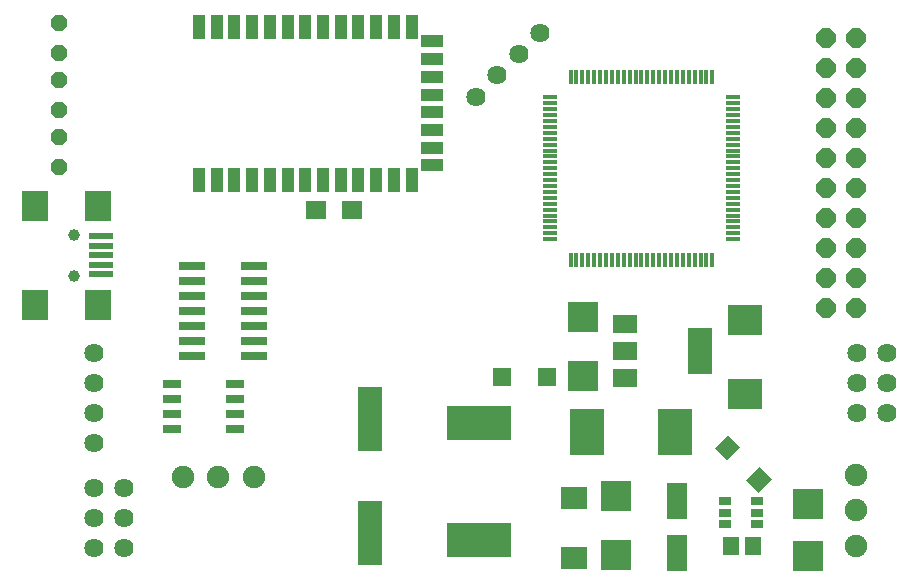
<source format=gts>
G75*
%MOIN*%
%OFA0B0*%
%FSLAX25Y25*%
%IPPOS*%
%LPD*%
%AMOC8*
5,1,8,0,0,1.08239X$1,22.5*
%
%ADD10R,0.08000X0.21400*%
%ADD11R,0.09061X0.02762*%
%ADD12R,0.08274X0.06306*%
%ADD13R,0.08274X0.15361*%
%ADD14R,0.04337X0.02565*%
%ADD15R,0.05518X0.06306*%
%ADD16R,0.09849X0.09849*%
%ADD17R,0.06306X0.05912*%
%ADD18R,0.09061X0.10243*%
%ADD19R,0.08274X0.02369*%
%ADD20C,0.03943*%
%ADD21R,0.09061X0.07487*%
%ADD22R,0.21660X0.11817*%
%ADD23R,0.05912X0.05912*%
%ADD24R,0.01581X0.05124*%
%ADD25R,0.05124X0.01581*%
%ADD26R,0.04337X0.08274*%
%ADD27R,0.07487X0.04337*%
%ADD28OC8,0.06400*%
%ADD29OC8,0.05600*%
%ADD30C,0.07487*%
%ADD31R,0.11424X0.09849*%
%ADD32R,0.06699X0.05912*%
%ADD33R,0.11424X0.15361*%
%ADD34R,0.06699X0.12211*%
%ADD35C,0.06400*%
%ADD36R,0.05912X0.02762*%
D10*
X0162406Y0067688D03*
X0162406Y0105688D03*
D11*
X0123642Y0126688D03*
X0123642Y0131688D03*
X0123642Y0136688D03*
X0123642Y0141688D03*
X0123642Y0146688D03*
X0123642Y0151688D03*
X0123642Y0156688D03*
X0103170Y0156688D03*
X0103170Y0151688D03*
X0103170Y0146688D03*
X0103170Y0141688D03*
X0103170Y0136688D03*
X0103170Y0131688D03*
X0103170Y0126688D03*
D12*
X0247505Y0128188D03*
X0247505Y0119133D03*
X0247505Y0137243D03*
D13*
X0272308Y0128188D03*
D14*
X0280906Y0078168D03*
X0280906Y0074428D03*
X0280906Y0070688D03*
X0291536Y0070688D03*
X0291536Y0074428D03*
X0291536Y0078168D03*
D15*
X0290146Y0063188D03*
X0282666Y0063188D03*
D16*
X0308406Y0060027D03*
X0308406Y0077350D03*
X0244406Y0080031D03*
X0244406Y0060346D03*
X0233406Y0119846D03*
X0233406Y0139531D03*
D17*
G36*
X0277275Y0095862D02*
X0281733Y0100320D01*
X0285913Y0096140D01*
X0281455Y0091682D01*
X0277275Y0095862D01*
G37*
G36*
X0287900Y0085237D02*
X0292358Y0089695D01*
X0296538Y0085515D01*
X0292080Y0081057D01*
X0287900Y0085237D01*
G37*
D18*
X0071780Y0143653D03*
X0050914Y0143653D03*
X0050914Y0176724D03*
X0071780Y0176724D03*
D19*
X0072764Y0166487D03*
X0072764Y0163338D03*
X0072764Y0160188D03*
X0072764Y0157039D03*
X0072764Y0153889D03*
D20*
X0063906Y0153298D03*
X0063906Y0167078D03*
D21*
X0230406Y0079228D03*
X0230406Y0059149D03*
D22*
X0198906Y0065200D03*
X0198906Y0104176D03*
D23*
X0206426Y0119688D03*
X0221386Y0119688D03*
D24*
X0229284Y0158676D03*
X0231253Y0158676D03*
X0233221Y0158676D03*
X0235190Y0158676D03*
X0237158Y0158676D03*
X0239127Y0158676D03*
X0241095Y0158676D03*
X0243064Y0158676D03*
X0245032Y0158676D03*
X0247001Y0158676D03*
X0248969Y0158676D03*
X0250938Y0158676D03*
X0252906Y0158676D03*
X0254875Y0158676D03*
X0256843Y0158676D03*
X0258812Y0158676D03*
X0260780Y0158676D03*
X0262749Y0158676D03*
X0264717Y0158676D03*
X0266686Y0158676D03*
X0268654Y0158676D03*
X0270623Y0158676D03*
X0272591Y0158676D03*
X0274560Y0158676D03*
X0276528Y0158676D03*
X0276528Y0219700D03*
X0274560Y0219700D03*
X0272591Y0219700D03*
X0270623Y0219700D03*
X0268654Y0219700D03*
X0266686Y0219700D03*
X0264717Y0219700D03*
X0262749Y0219700D03*
X0260780Y0219700D03*
X0258812Y0219700D03*
X0256843Y0219700D03*
X0254875Y0219700D03*
X0252906Y0219700D03*
X0250938Y0219700D03*
X0248969Y0219700D03*
X0247001Y0219700D03*
X0245032Y0219700D03*
X0243064Y0219700D03*
X0241095Y0219700D03*
X0239127Y0219700D03*
X0237158Y0219700D03*
X0235190Y0219700D03*
X0233221Y0219700D03*
X0231253Y0219700D03*
X0229284Y0219700D03*
D25*
X0222394Y0212810D03*
X0222394Y0210842D03*
X0222394Y0208873D03*
X0222394Y0206905D03*
X0222394Y0204936D03*
X0222394Y0202968D03*
X0222394Y0200999D03*
X0222394Y0199031D03*
X0222394Y0197062D03*
X0222394Y0195094D03*
X0222394Y0193125D03*
X0222394Y0191157D03*
X0222394Y0189188D03*
X0222394Y0187220D03*
X0222394Y0185251D03*
X0222394Y0183283D03*
X0222394Y0181314D03*
X0222394Y0179346D03*
X0222394Y0177377D03*
X0222394Y0175409D03*
X0222394Y0173440D03*
X0222394Y0171472D03*
X0222394Y0169503D03*
X0222394Y0167535D03*
X0222394Y0165566D03*
X0283418Y0165566D03*
X0283418Y0167535D03*
X0283418Y0169503D03*
X0283418Y0171472D03*
X0283418Y0173440D03*
X0283418Y0175409D03*
X0283418Y0177377D03*
X0283418Y0179346D03*
X0283418Y0181314D03*
X0283418Y0183283D03*
X0283418Y0185251D03*
X0283418Y0187220D03*
X0283418Y0189188D03*
X0283418Y0191157D03*
X0283418Y0193125D03*
X0283418Y0195094D03*
X0283418Y0197062D03*
X0283418Y0199031D03*
X0283418Y0200999D03*
X0283418Y0202968D03*
X0283418Y0204936D03*
X0283418Y0206905D03*
X0283418Y0208873D03*
X0283418Y0210842D03*
X0283418Y0212810D03*
D26*
X0176272Y0236369D03*
X0170367Y0236369D03*
X0164461Y0236369D03*
X0158556Y0236369D03*
X0152650Y0236369D03*
X0146745Y0236369D03*
X0140839Y0236369D03*
X0134934Y0236369D03*
X0129028Y0236369D03*
X0123123Y0236369D03*
X0117217Y0236369D03*
X0111312Y0236369D03*
X0105406Y0236369D03*
X0105406Y0185188D03*
X0111312Y0185188D03*
X0117217Y0185188D03*
X0123123Y0185188D03*
X0129028Y0185188D03*
X0134934Y0185188D03*
X0140839Y0185188D03*
X0146745Y0185188D03*
X0152650Y0185188D03*
X0158556Y0185188D03*
X0164461Y0185188D03*
X0170367Y0185188D03*
X0176272Y0185188D03*
D27*
X0183162Y0190109D03*
X0183162Y0196015D03*
X0183162Y0201920D03*
X0183162Y0207826D03*
X0183162Y0213731D03*
X0183162Y0219637D03*
X0183162Y0225542D03*
X0183162Y0231448D03*
D28*
X0314406Y0232688D03*
X0324406Y0232688D03*
X0324406Y0222688D03*
X0314406Y0222688D03*
X0314406Y0212688D03*
X0324406Y0212688D03*
X0324406Y0202688D03*
X0314406Y0202688D03*
X0314406Y0192688D03*
X0324406Y0192688D03*
X0324406Y0182688D03*
X0314406Y0182688D03*
X0314406Y0172688D03*
X0324406Y0172688D03*
X0324406Y0162688D03*
X0314406Y0162688D03*
X0314406Y0152688D03*
X0324406Y0152688D03*
X0324406Y0142688D03*
X0314406Y0142688D03*
D29*
X0058906Y0189688D03*
X0058906Y0199688D03*
X0058906Y0208688D03*
X0058906Y0218688D03*
X0058906Y0227688D03*
X0058906Y0237688D03*
D30*
X0100095Y0086188D03*
X0111906Y0086188D03*
X0123717Y0086188D03*
X0324406Y0086999D03*
X0324406Y0075188D03*
X0324406Y0063377D03*
D31*
X0287406Y0113787D03*
X0287406Y0138590D03*
D32*
X0156312Y0175188D03*
X0144501Y0175188D03*
D33*
X0234839Y0101188D03*
X0263973Y0101188D03*
D34*
X0264906Y0078350D03*
X0264906Y0061027D03*
D35*
X0070406Y0062688D03*
X0080406Y0062688D03*
X0080406Y0072688D03*
X0070406Y0072688D03*
X0070406Y0082688D03*
X0080406Y0082688D03*
X0070406Y0097688D03*
X0070406Y0107688D03*
X0070406Y0117688D03*
X0070406Y0127688D03*
X0197800Y0213082D03*
X0204871Y0220153D03*
X0211942Y0227224D03*
X0219013Y0234295D03*
X0324906Y0127688D03*
X0334906Y0127688D03*
X0334906Y0117688D03*
X0324906Y0117688D03*
X0324906Y0107688D03*
X0334906Y0107688D03*
D36*
X0117536Y0107188D03*
X0117536Y0102188D03*
X0117536Y0112188D03*
X0117536Y0117188D03*
X0096276Y0117188D03*
X0096276Y0112188D03*
X0096276Y0107188D03*
X0096276Y0102188D03*
M02*

</source>
